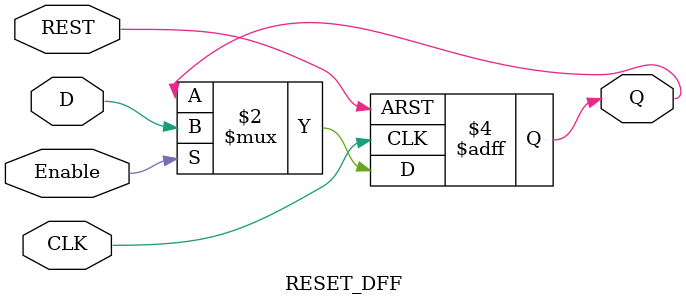
<source format=v>
`timescale 1ns / 1ps


module RESET_DFF(Q, D, CLK, Enable, REST);

	output reg Q;
	input D, CLK, Enable,REST;

	always @(posedge CLK or posedge REST) begin
		if(REST)
			Q <= 1'b0;
		else if(Enable)
			Q <= D;
	end	

endmodule

</source>
